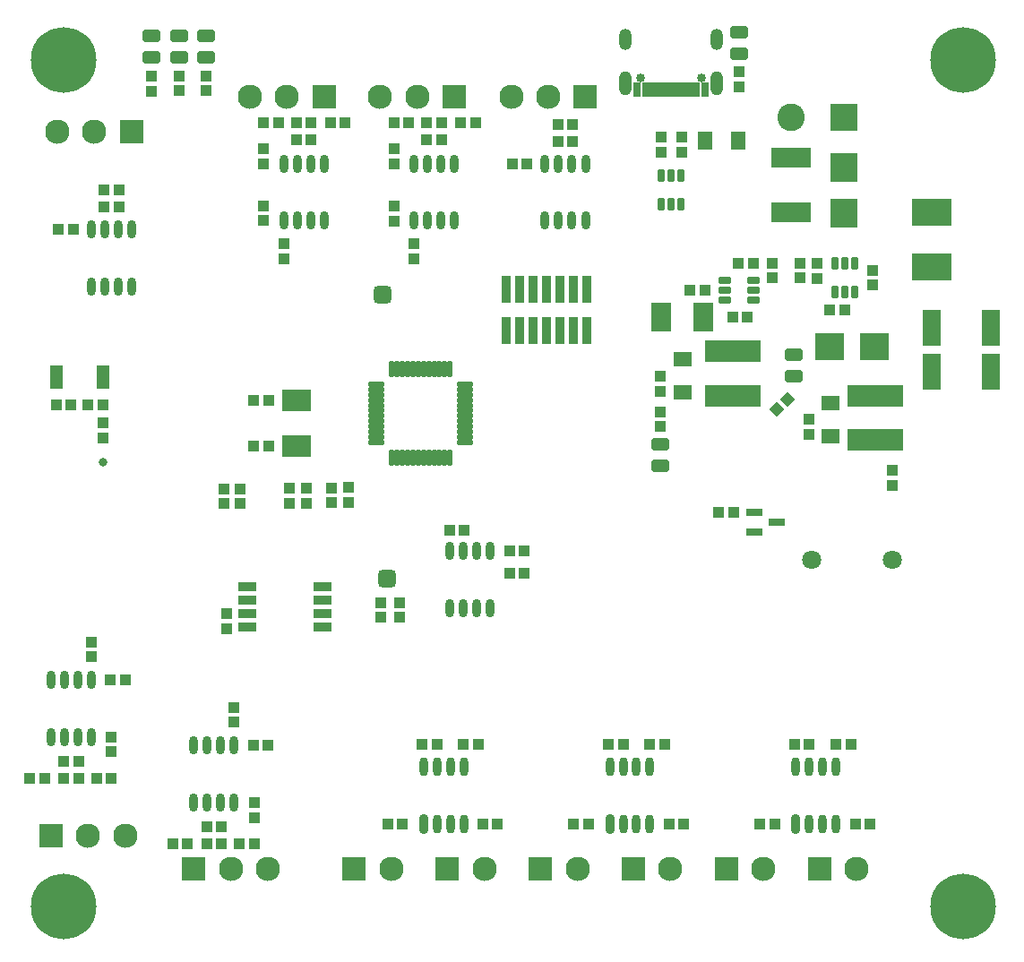
<source format=gts>
G04*
G04 #@! TF.GenerationSoftware,Altium Limited,Altium Designer,19.1.9 (167)*
G04*
G04 Layer_Color=8388736*
%FSLAX42Y42*%
%MOMM*%
G71*
G01*
G75*
%ADD46R,1.20X2.20*%
%ADD47R,1.05X1.05*%
%ADD48R,1.05X1.05*%
%ADD49R,2.80X2.10*%
%ADD50O,1.60X0.50*%
%ADD51O,0.50X1.60*%
G04:AMPARAMS|DCode=52|XSize=1.75mm|YSize=0.8mm|CornerRadius=0.4mm|HoleSize=0mm|Usage=FLASHONLY|Rotation=90.000|XOffset=0mm|YOffset=0mm|HoleType=Round|Shape=RoundedRectangle|*
%AMROUNDEDRECTD52*
21,1,1.75,0.00,0,0,90.0*
21,1,0.95,0.80,0,0,90.0*
1,1,0.80,0.00,0.48*
1,1,0.80,0.00,-0.48*
1,1,0.80,0.00,-0.48*
1,1,0.80,0.00,0.48*
%
%ADD52ROUNDEDRECTD52*%
%ADD53R,1.80X0.85*%
G04:AMPARAMS|DCode=54|XSize=0.8mm|YSize=1.8mm|CornerRadius=0.25mm|HoleSize=0mm|Usage=FLASHONLY|Rotation=180.000|XOffset=0mm|YOffset=0mm|HoleType=Round|Shape=RoundedRectangle|*
%AMROUNDEDRECTD54*
21,1,0.80,1.30,0,0,180.0*
21,1,0.30,1.80,0,0,180.0*
1,1,0.50,-0.15,0.65*
1,1,0.50,0.15,0.65*
1,1,0.50,0.15,-0.65*
1,1,0.50,-0.15,-0.65*
%
%ADD54ROUNDEDRECTD54*%
%ADD55O,0.80X1.80*%
%ADD56R,1.80X1.40*%
G04:AMPARAMS|DCode=57|XSize=1.22mm|YSize=1.73mm|CornerRadius=0.36mm|HoleSize=0mm|Usage=FLASHONLY|Rotation=270.000|XOffset=0mm|YOffset=0mm|HoleType=Round|Shape=RoundedRectangle|*
%AMROUNDEDRECTD57*
21,1,1.22,1.02,0,0,270.0*
21,1,0.51,1.73,0,0,270.0*
1,1,0.71,-0.51,-0.25*
1,1,0.71,-0.51,0.25*
1,1,0.71,0.51,0.25*
1,1,0.71,0.51,-0.25*
%
%ADD57ROUNDEDRECTD57*%
%ADD58R,5.30X2.10*%
%ADD59R,1.90X2.70*%
G04:AMPARAMS|DCode=60|XSize=0.75mm|YSize=1.2mm|CornerRadius=0.24mm|HoleSize=0mm|Usage=FLASHONLY|Rotation=90.000|XOffset=0mm|YOffset=0mm|HoleType=Round|Shape=RoundedRectangle|*
%AMROUNDEDRECTD60*
21,1,0.75,0.73,0,0,90.0*
21,1,0.28,1.20,0,0,90.0*
1,1,0.48,0.36,0.14*
1,1,0.48,0.36,-0.14*
1,1,0.48,-0.36,-0.14*
1,1,0.48,-0.36,0.14*
%
%ADD60ROUNDEDRECTD60*%
G04:AMPARAMS|DCode=61|XSize=0.75mm|YSize=1.2mm|CornerRadius=0.24mm|HoleSize=0mm|Usage=FLASHONLY|Rotation=180.000|XOffset=0mm|YOffset=0mm|HoleType=Round|Shape=RoundedRectangle|*
%AMROUNDEDRECTD61*
21,1,0.75,0.73,0,0,180.0*
21,1,0.28,1.20,0,0,180.0*
1,1,0.48,-0.14,0.36*
1,1,0.48,0.14,0.36*
1,1,0.48,0.14,-0.36*
1,1,0.48,-0.14,-0.36*
%
%ADD61ROUNDEDRECTD61*%
%ADD62R,2.70X2.50*%
%ADD63P,1.49X4X180.0*%
%ADD64R,1.50X0.80*%
%ADD65R,1.80X3.40*%
%ADD66R,3.80X2.60*%
%ADD67R,3.70X1.98*%
%ADD68R,2.50X2.70*%
%ADD69R,0.80X1.34*%
%ADD70R,0.50X1.34*%
%ADD71R,1.40X1.80*%
%ADD72R,0.95X2.60*%
%ADD73C,1.80*%
%ADD74R,2.60X2.60*%
%ADD75C,2.60*%
%ADD76O,1.20X2.00*%
%ADD77O,1.20X2.30*%
%ADD78C,0.85*%
G04:AMPARAMS|DCode=79|XSize=1.73mm|YSize=1.73mm|CornerRadius=0.48mm|HoleSize=0mm|Usage=FLASHONLY|Rotation=90.000|XOffset=0mm|YOffset=0mm|HoleType=Round|Shape=RoundedRectangle|*
%AMROUNDEDRECTD79*
21,1,1.73,0.76,0,0,90.0*
21,1,0.76,1.73,0,0,90.0*
1,1,0.97,0.38,0.38*
1,1,0.97,0.38,-0.38*
1,1,0.97,-0.38,-0.38*
1,1,0.97,-0.38,0.38*
%
%ADD79ROUNDEDRECTD79*%
%ADD80C,2.30*%
%ADD81R,2.30X2.30*%
%ADD82C,6.20*%
G04:AMPARAMS|DCode=83|XSize=1.73mm|YSize=1.73mm|CornerRadius=0.48mm|HoleSize=0mm|Usage=FLASHONLY|Rotation=0.000|XOffset=0mm|YOffset=0mm|HoleType=Round|Shape=RoundedRectangle|*
%AMROUNDEDRECTD83*
21,1,1.73,0.76,0,0,0.0*
21,1,0.76,1.73,0,0,0.0*
1,1,0.97,0.38,-0.38*
1,1,0.97,-0.38,-0.38*
1,1,0.97,-0.38,0.38*
1,1,0.97,0.38,0.38*
%
%ADD83ROUNDEDRECTD83*%
%ADD84C,0.80*%
D46*
X-70Y5000D02*
D03*
X370D02*
D03*
D47*
X70Y4740D02*
D03*
X-70D02*
D03*
X370D02*
D03*
X230D02*
D03*
X1797Y4778D02*
D03*
X1938D02*
D03*
X1797Y4348D02*
D03*
X1938D02*
D03*
X3645Y3558D02*
D03*
X3785D02*
D03*
X4353Y3360D02*
D03*
X4212D02*
D03*
X4355Y3150D02*
D03*
X4215Y3150D02*
D03*
X580Y2140D02*
D03*
X441Y2140D02*
D03*
X1930Y1520D02*
D03*
X1790D02*
D03*
X6322Y5567D02*
D03*
X6462D02*
D03*
X5920Y5825D02*
D03*
X6060D02*
D03*
X6375Y6075D02*
D03*
X6515D02*
D03*
X7240Y5640D02*
D03*
X7380Y5640D02*
D03*
X6333Y3725D02*
D03*
X6192D02*
D03*
X2340Y7410D02*
D03*
X2200D02*
D03*
X3200Y780D02*
D03*
X3060D02*
D03*
X4240Y7020D02*
D03*
X4380D02*
D03*
X4670Y7230D02*
D03*
X4810D02*
D03*
X4670Y7390D02*
D03*
X4810D02*
D03*
X-50Y6400D02*
D03*
X90D02*
D03*
X380Y6610D02*
D03*
X520Y6610D02*
D03*
X380Y6770D02*
D03*
X520D02*
D03*
X2520Y7410D02*
D03*
X2660D02*
D03*
X2200Y7250D02*
D03*
X2340D02*
D03*
X1890Y7410D02*
D03*
X2030D02*
D03*
X6580Y780D02*
D03*
X6720Y780D02*
D03*
X6907Y1527D02*
D03*
X7047D02*
D03*
X7622Y780D02*
D03*
X7482D02*
D03*
X7438Y1527D02*
D03*
X7297D02*
D03*
X4820Y780D02*
D03*
X4960D02*
D03*
X5147Y1527D02*
D03*
X5288D02*
D03*
X5860Y780D02*
D03*
X5720D02*
D03*
X5678Y1527D02*
D03*
X5538D02*
D03*
X3388Y1527D02*
D03*
X3528D02*
D03*
X4100Y780D02*
D03*
X3960Y780D02*
D03*
X3917Y1527D02*
D03*
X3778D02*
D03*
X3750Y7410D02*
D03*
X3890D02*
D03*
X3430D02*
D03*
X3570D02*
D03*
X3430Y7250D02*
D03*
X3570D02*
D03*
X3120Y7410D02*
D03*
X3260D02*
D03*
X1170Y590D02*
D03*
X1030D02*
D03*
X1490D02*
D03*
X1350D02*
D03*
X1490Y750D02*
D03*
X1350Y750D02*
D03*
X1800Y590D02*
D03*
X1660D02*
D03*
X-179Y1210D02*
D03*
X-319D02*
D03*
X140D02*
D03*
X0D02*
D03*
X140Y1370D02*
D03*
X0Y1370D02*
D03*
X451Y1210D02*
D03*
X311D02*
D03*
D48*
X370Y4430D02*
D03*
Y4570D02*
D03*
X2690Y3957D02*
D03*
Y3817D02*
D03*
X2530Y3815D02*
D03*
X2530Y3955D02*
D03*
X2293Y3952D02*
D03*
X2293Y3812D02*
D03*
X2135Y3810D02*
D03*
X2135Y3950D02*
D03*
X1512Y3805D02*
D03*
Y3945D02*
D03*
X1667Y3807D02*
D03*
Y3947D02*
D03*
X3170Y2730D02*
D03*
Y2870D02*
D03*
X3000D02*
D03*
Y2730D02*
D03*
X1543Y2765D02*
D03*
Y2625D02*
D03*
X261Y2500D02*
D03*
Y2360D02*
D03*
X451Y1460D02*
D03*
Y1600D02*
D03*
X1610Y1880D02*
D03*
Y1740D02*
D03*
X1800Y840D02*
D03*
Y980D02*
D03*
X5642Y5010D02*
D03*
Y4870D02*
D03*
X5642Y4675D02*
D03*
Y4535D02*
D03*
X6695Y6078D02*
D03*
X6695Y5938D02*
D03*
X6957Y6078D02*
D03*
Y5938D02*
D03*
X7643Y5870D02*
D03*
Y6010D02*
D03*
X7047Y4603D02*
D03*
X7047Y4462D02*
D03*
X7830Y4120D02*
D03*
Y3980D02*
D03*
X3310Y6120D02*
D03*
Y6260D02*
D03*
X3123Y6618D02*
D03*
Y6478D02*
D03*
X3120Y7160D02*
D03*
Y7020D02*
D03*
X1890Y7160D02*
D03*
Y7020D02*
D03*
X1890Y6620D02*
D03*
Y6480D02*
D03*
X2080Y6120D02*
D03*
Y6260D02*
D03*
X1343Y7850D02*
D03*
Y7710D02*
D03*
X1090Y7850D02*
D03*
Y7710D02*
D03*
X825Y7847D02*
D03*
Y7707D02*
D03*
X6380Y7888D02*
D03*
Y7748D02*
D03*
X5650Y7130D02*
D03*
X5650Y7270D02*
D03*
X5840Y7130D02*
D03*
Y7270D02*
D03*
X7120Y5935D02*
D03*
Y6075D02*
D03*
D49*
X2202Y4348D02*
D03*
Y4778D02*
D03*
D50*
X3795Y4935D02*
D03*
Y4885D02*
D03*
Y4835D02*
D03*
Y4785D02*
D03*
Y4735D02*
D03*
Y4685D02*
D03*
Y4635D02*
D03*
Y4585D02*
D03*
Y4535D02*
D03*
Y4485D02*
D03*
Y4435D02*
D03*
Y4385D02*
D03*
X2955D02*
D03*
Y4435D02*
D03*
Y4485D02*
D03*
Y4535D02*
D03*
Y4585D02*
D03*
Y4635D02*
D03*
Y4685D02*
D03*
Y4735D02*
D03*
Y4785D02*
D03*
Y4835D02*
D03*
Y4885D02*
D03*
Y4935D02*
D03*
D51*
X3100Y5080D02*
D03*
X3150D02*
D03*
X3200D02*
D03*
X3250D02*
D03*
X3300D02*
D03*
X3350D02*
D03*
X3400D02*
D03*
X3450D02*
D03*
X3500D02*
D03*
X3550D02*
D03*
X3600D02*
D03*
X3650D02*
D03*
Y4240D02*
D03*
X3600D02*
D03*
X3550D02*
D03*
X3500D02*
D03*
X3450D02*
D03*
X3400D02*
D03*
X3350D02*
D03*
X3300D02*
D03*
X3250D02*
D03*
X3200D02*
D03*
X3150D02*
D03*
X3100D02*
D03*
D52*
X3644Y3360D02*
D03*
X3772D02*
D03*
X3899D02*
D03*
X4026D02*
D03*
Y2820D02*
D03*
X3899D02*
D03*
X3772D02*
D03*
X3644D02*
D03*
X261Y1600D02*
D03*
X134D02*
D03*
X7D02*
D03*
X-120D02*
D03*
Y2140D02*
D03*
X7D02*
D03*
X134D02*
D03*
X261D02*
D03*
X1610Y980D02*
D03*
X1484D02*
D03*
X1356D02*
D03*
X1230D02*
D03*
Y1520D02*
D03*
X1356D02*
D03*
X1484D02*
D03*
X1610D02*
D03*
X3310Y7020D02*
D03*
X3437D02*
D03*
X3563D02*
D03*
X3690D02*
D03*
Y6480D02*
D03*
X3563D02*
D03*
X3437D02*
D03*
X3310D02*
D03*
X2080Y7020D02*
D03*
X2207D02*
D03*
X2334D02*
D03*
X2461D02*
D03*
Y6480D02*
D03*
X2334D02*
D03*
X2207D02*
D03*
X2080D02*
D03*
X4549Y7020D02*
D03*
X4676D02*
D03*
X4803D02*
D03*
X4931D02*
D03*
Y6480D02*
D03*
X4803D02*
D03*
X4676D02*
D03*
X4549D02*
D03*
X260Y6400D02*
D03*
X387D02*
D03*
X514D02*
D03*
X641D02*
D03*
X641Y5860D02*
D03*
X514D02*
D03*
X387D02*
D03*
X260D02*
D03*
D53*
X2445Y3018D02*
D03*
Y2891D02*
D03*
Y2764D02*
D03*
Y2637D02*
D03*
X1735D02*
D03*
X1735Y2764D02*
D03*
Y2891D02*
D03*
X1735Y3018D02*
D03*
D54*
X3399Y780D02*
D03*
X5160Y780D02*
D03*
X6919Y780D02*
D03*
D55*
X3526D02*
D03*
X3653D02*
D03*
X3781D02*
D03*
X3399Y1320D02*
D03*
X3526D02*
D03*
X3653D02*
D03*
X3781D02*
D03*
X5287Y780D02*
D03*
X5413Y780D02*
D03*
X5540D02*
D03*
X5160Y1320D02*
D03*
X5287D02*
D03*
X5413D02*
D03*
X5540D02*
D03*
X7046Y780D02*
D03*
X7174D02*
D03*
X7300D02*
D03*
X6919Y1320D02*
D03*
X7046D02*
D03*
X7174D02*
D03*
X7300D02*
D03*
D56*
X5847Y4855D02*
D03*
Y5175D02*
D03*
X7245Y4440D02*
D03*
Y4760D02*
D03*
D57*
X5642Y4166D02*
D03*
Y4369D02*
D03*
X6897Y5212D02*
D03*
Y5008D02*
D03*
X6380Y8261D02*
D03*
Y8058D02*
D03*
X1090Y8232D02*
D03*
Y8028D02*
D03*
X825Y8026D02*
D03*
Y8229D02*
D03*
X1343Y8028D02*
D03*
Y8232D02*
D03*
D58*
X6322Y4828D02*
D03*
Y5247D02*
D03*
X7670Y4408D02*
D03*
Y4828D02*
D03*
D59*
X5647Y5567D02*
D03*
X6047D02*
D03*
D60*
X6245Y5825D02*
D03*
X6245Y5730D02*
D03*
Y5920D02*
D03*
X6515D02*
D03*
X6515Y5825D02*
D03*
X6515Y5730D02*
D03*
D61*
X7380Y5805D02*
D03*
X7475D02*
D03*
X7285Y5805D02*
D03*
Y6075D02*
D03*
X7380Y6075D02*
D03*
X7475Y6075D02*
D03*
X5740Y6635D02*
D03*
X5835Y6635D02*
D03*
X5645D02*
D03*
X5645Y6905D02*
D03*
X5740Y6905D02*
D03*
X5835D02*
D03*
D62*
X7235Y5290D02*
D03*
X7665D02*
D03*
D63*
X6741Y4696D02*
D03*
X6839Y4794D02*
D03*
D64*
X6738Y3630D02*
D03*
X6528Y3535D02*
D03*
Y3725D02*
D03*
D65*
X8200Y5050D02*
D03*
X8760Y5050D02*
D03*
X8200Y5470D02*
D03*
X8760D02*
D03*
D66*
X8200Y6560D02*
D03*
Y6040D02*
D03*
D67*
X6870Y7080D02*
D03*
Y6560D02*
D03*
D68*
X7370Y6985D02*
D03*
Y6555D02*
D03*
D69*
X5420Y7719D02*
D03*
X5500Y7719D02*
D03*
X5980Y7719D02*
D03*
X6060Y7719D02*
D03*
D70*
X5915Y7719D02*
D03*
X5565D02*
D03*
X5865D02*
D03*
X5615Y7719D02*
D03*
X5815D02*
D03*
X5665Y7719D02*
D03*
X5765D02*
D03*
X5715D02*
D03*
D71*
X6378Y7235D02*
D03*
X6058D02*
D03*
D72*
X4941Y5445D02*
D03*
Y5835D02*
D03*
X4814D02*
D03*
Y5445D02*
D03*
X4687Y5835D02*
D03*
Y5445D02*
D03*
X4560Y5835D02*
D03*
Y5445D02*
D03*
X4433Y5835D02*
D03*
X4306D02*
D03*
X4179D02*
D03*
X4433Y5445D02*
D03*
X4306D02*
D03*
X4179D02*
D03*
D73*
X7070Y3278D02*
D03*
X7830D02*
D03*
D74*
X7370Y7460D02*
D03*
D75*
X6870D02*
D03*
D76*
X5308Y8194D02*
D03*
X6172D02*
D03*
D77*
X5308Y7776D02*
D03*
X6172Y7776D02*
D03*
D78*
X6029Y7826D02*
D03*
X5451D02*
D03*
D79*
X3010Y5780D02*
D03*
D80*
X580Y670D02*
D03*
X231D02*
D03*
X-60Y7320D02*
D03*
X290D02*
D03*
X6615Y356D02*
D03*
X7495Y356D02*
D03*
X4855D02*
D03*
X5735D02*
D03*
X3975Y356D02*
D03*
X3095Y356D02*
D03*
X1760Y7650D02*
D03*
X2110D02*
D03*
X2990D02*
D03*
X3340D02*
D03*
X1930Y350D02*
D03*
X1580D02*
D03*
X4230Y7650D02*
D03*
X4580D02*
D03*
D81*
X-120Y670D02*
D03*
X640Y7320D02*
D03*
X6265Y356D02*
D03*
X7145Y356D02*
D03*
X4505D02*
D03*
X5385D02*
D03*
X3625Y356D02*
D03*
X2745D02*
D03*
X2460Y7650D02*
D03*
X3690D02*
D03*
X1230Y350D02*
D03*
X4930Y7650D02*
D03*
D82*
X8500Y8000D02*
D03*
X0D02*
D03*
X8500Y0D02*
D03*
X0D02*
D03*
D83*
X3052Y3100D02*
D03*
D84*
X370Y4200D02*
D03*
M02*

</source>
